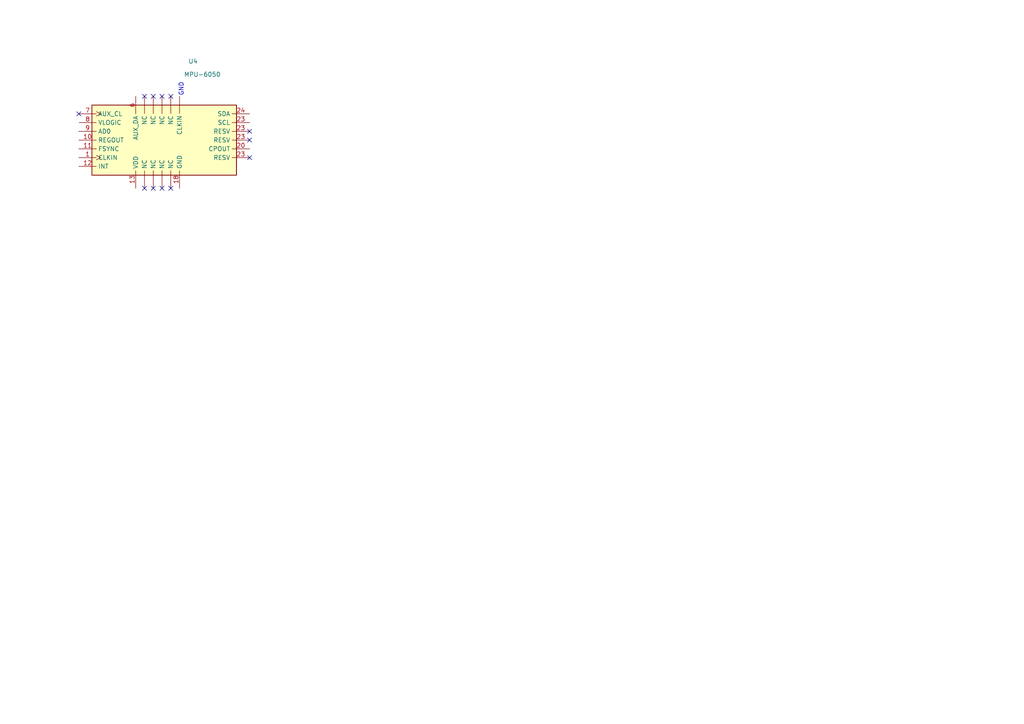
<source format=kicad_sch>
(kicad_sch (version 20230121) (generator eeschema)

  (uuid d585b074-b42a-4769-9922-82a29abf42b8)

  (paper "A4")

  (lib_symbols
    (symbol "Sensor_Motion:MPU-6050" (in_bom yes) (on_board yes)
      (property "Reference" "U4" (at 7.62 22.86 0)
        (effects (font (size 1.27 1.27)) (justify left))
      )
      (property "Value" "MPU-6050" (at 6.35 19.05 0)
        (effects (font (size 1.27 1.27)) (justify left))
      )
      (property "Footprint" "Sensor_Motion:InvenSense_QFN-24_4x4mm_P0.5mm" (at 39.37 24.13 0)
        (effects (font (size 1.27 1.27)) hide)
      )
      (property "Datasheet" "https://invensense.tdk.com/wp-content/uploads/2015/02/MPU-6000-Datasheet1.pdf" (at 48.26 21.59 0)
        (effects (font (size 1.27 1.27)) hide)
      )
      (property "ki_keywords" "mems" (at 0 0 0)
        (effects (font (size 1.27 1.27)) hide)
      )
      (property "ki_description" "InvenSense 6-Axis Motion Sensor, Gyroscope, Accelerometer, I2C" (at 0 0 0)
        (effects (font (size 1.27 1.27)) hide)
      )
      (property "ki_fp_filters" "*QFN*4x4mm*P0.5mm*" (at 0 0 0)
        (effects (font (size 1.27 1.27)) hide)
      )
      (symbol "MPU-6050_0_0"
        (text "" (at 12.7 -2.54 0)
          (effects (font (size 1.27 1.27)))
        )
      )
      (symbol "MPU-6050_0_1"
        (rectangle (start -20.32 10.16) (end 21.59 -10.16)
          (stroke (width 0.254) (type default))
          (fill (type background))
        )
      )
      (symbol "MPU-6050_1_1"
        (pin power_out line (at 5.08 12.7 270) (length 5)
          (name "CLKIN" (effects (font (size 1.27 1.27))))
          (number "" (effects (font (size 1.27 1.27))))
        )
        (pin power_in line (at -5.08 -13.97 90) (length 5.08)
          (name "NC" (effects (font (size 1.27 1.27))))
          (number "" (effects (font (size 1.27 1.27))))
        )
        (pin power_in line (at -5.08 12.7 270) (length 5)
          (name "NC" (effects (font (size 1.27 1.27))))
          (number "" (effects (font (size 1.27 1.27))))
        )
        (pin power_in line (at -2.54 -13.97 90) (length 5.08)
          (name "NC" (effects (font (size 1.27 1.27))))
          (number "" (effects (font (size 1.27 1.27))))
        )
        (pin power_in line (at -2.54 12.7 270) (length 5)
          (name "NC" (effects (font (size 1.27 1.27))))
          (number "" (effects (font (size 1.27 1.27))))
        )
        (pin power_in line (at 0 -13.97 90) (length 5.08)
          (name "NC" (effects (font (size 1.27 1.27))))
          (number "" (effects (font (size 1.27 1.27))))
        )
        (pin power_in line (at 0 12.7 270) (length 5)
          (name "NC" (effects (font (size 1.27 1.27))))
          (number "" (effects (font (size 1.27 1.27))))
        )
        (pin power_in line (at 2.54 -13.97 90) (length 5.08)
          (name "NC" (effects (font (size 1.27 1.27))))
          (number "" (effects (font (size 1.27 1.27))))
        )
        (pin power_in line (at 2.54 12.7 270) (length 5)
          (name "NC" (effects (font (size 1.27 1.27))))
          (number "" (effects (font (size 1.27 1.27))))
        )
        (pin input clock (at -24.13 -5.08 0) (length 5.08)
          (name "CLKIN" (effects (font (size 1.27 1.27))))
          (number "1" (effects (font (size 1.27 1.27))))
        )
        (pin passive line (at -24.13 0 0) (length 5.08)
          (name "REGOUT" (effects (font (size 1.27 1.27))))
          (number "10" (effects (font (size 1.27 1.27))))
        )
        (pin input line (at -24.13 -2.54 0) (length 5.08)
          (name "FSYNC" (effects (font (size 1.27 1.27))))
          (number "11" (effects (font (size 1.27 1.27))))
        )
        (pin output line (at -24.13 -7.62 0) (length 5.08)
          (name "INT" (effects (font (size 1.27 1.27))))
          (number "12" (effects (font (size 1.27 1.27))))
        )
        (pin power_in line (at -7.62 -13.97 90) (length 5.08)
          (name "VDD" (effects (font (size 1.27 1.27))))
          (number "13" (effects (font (size 1.27 1.27))))
        )
        (pin no_connect line (at -12.7 -10.16 0) (length 2.54) hide
          (name "NC" (effects (font (size 1.27 1.27))))
          (number "14" (effects (font (size 1.27 1.27))))
        )
        (pin no_connect line (at 12.7 12.7 180) (length 2.54) hide
          (name "NC" (effects (font (size 1.27 1.27))))
          (number "15" (effects (font (size 1.27 1.27))))
        )
        (pin no_connect line (at 12.7 10.16 180) (length 2.54) hide
          (name "NC" (effects (font (size 1.27 1.27))))
          (number "16" (effects (font (size 1.27 1.27))))
        )
        (pin no_connect line (at 12.7 5.08 180) (length 2.54) hide
          (name "NC" (effects (font (size 1.27 1.27))))
          (number "17" (effects (font (size 1.27 1.27))))
        )
        (pin power_in line (at 5.08 -13.97 90) (length 5.08)
          (name "GND" (effects (font (size 1.27 1.27))))
          (number "18" (effects (font (size 1.27 1.27))))
        )
        (pin no_connect line (at 38.1 -8.89 180) (length 2.54) hide
          (name "RESV" (effects (font (size 1.27 1.27))))
          (number "19" (effects (font (size 1.27 1.27))))
        )
        (pin no_connect line (at -12.7 12.7 0) (length 2.54) hide
          (name "NC" (effects (font (size 1.27 1.27))))
          (number "2" (effects (font (size 1.27 1.27))))
        )
        (pin passive line (at 25.4 -2.54 180) (length 5.08)
          (name "CPOUT" (effects (font (size 1.27 1.27))))
          (number "20" (effects (font (size 1.27 1.27))))
        )
        (pin no_connect line (at 39.37 -21.59 180) (length 2.54) hide
          (name "RESV" (effects (font (size 1.27 1.27))))
          (number "21" (effects (font (size 1.27 1.27))))
        )
        (pin no_connect line (at 38.1 -12.7 180) (length 2.54) hide
          (name "RESV" (effects (font (size 1.27 1.27))))
          (number "22" (effects (font (size 1.27 1.27))))
        )
        (pin input line (at 25.4 -5.08 180) (length 5.08)
          (name "RESV" (effects (font (size 1.27 1.27))))
          (number "23" (effects (font (size 1.27 1.27))))
        )
        (pin input line (at 25.4 0 180) (length 5.08)
          (name "RESV" (effects (font (size 1.27 1.27))))
          (number "23" (effects (font (size 1.27 1.27))))
        )
        (pin input line (at 25.4 2.54 180) (length 5.08)
          (name "RESV" (effects (font (size 1.27 1.27))))
          (number "23" (effects (font (size 1.27 1.27))))
        )
        (pin input line (at 25.4 5.08 180) (length 5.08)
          (name "SCL" (effects (font (size 1.27 1.27))))
          (number "23" (effects (font (size 1.27 1.27))))
        )
        (pin bidirectional line (at 25.4 7.62 180) (length 5.08)
          (name "SDA" (effects (font (size 1.27 1.27))))
          (number "24" (effects (font (size 1.27 1.27))))
        )
        (pin no_connect line (at -10.16 10.16 0) (length 2.54) hide
          (name "NC" (effects (font (size 1.27 1.27))))
          (number "3" (effects (font (size 1.27 1.27))))
        )
        (pin no_connect line (at -10.16 0 0) (length 2.54) hide
          (name "NC" (effects (font (size 1.27 1.27))))
          (number "4" (effects (font (size 1.27 1.27))))
        )
        (pin no_connect line (at -10.16 -2.54 0) (length 2.54) hide
          (name "NC" (effects (font (size 1.27 1.27))))
          (number "5" (effects (font (size 1.27 1.27))))
        )
        (pin bidirectional line (at -7.62 12.7 270) (length 5.08)
          (name "AUX_DA" (effects (font (size 1.27 1.27))))
          (number "6" (effects (font (size 1.27 1.27))))
        )
        (pin output clock (at -24.13 7.62 0) (length 5.08)
          (name "AUX_CL" (effects (font (size 1.27 1.27))))
          (number "7" (effects (font (size 1.27 1.27))))
        )
        (pin power_in line (at -24.05 5.08 0) (length 5)
          (name "VLOGIC" (effects (font (size 1.27 1.27))))
          (number "8" (effects (font (size 1.27 1.27))))
        )
        (pin input line (at -24.13 2.54 0) (length 5.08)
          (name "AD0" (effects (font (size 1.27 1.27))))
          (number "9" (effects (font (size 1.27 1.27))))
        )
      )
    )
  )


  (no_connect (at 72.39 38.1) (uuid 252b5693-97b9-4d8d-a1c5-1b8a8e1f3a98))
  (no_connect (at 41.91 54.61) (uuid 2c5a5a12-4efd-4996-ad94-02b805e8b052))
  (no_connect (at 46.99 27.94) (uuid 34325e20-e298-4c71-baf0-881b39701ede))
  (no_connect (at 44.45 54.61) (uuid 7d532a8a-6c3d-4bcd-8411-f6dfe46e56bd))
  (no_connect (at 49.53 27.94) (uuid 978ef86e-bb74-43bc-a602-92d5300c55d9))
  (no_connect (at 22.86 33.02) (uuid aac6b312-a4b4-4503-9435-68f10e32d531))
  (no_connect (at 49.53 54.61) (uuid ca4809f5-37f5-45ec-ae80-82016d2fbeae))
  (no_connect (at 72.39 40.64) (uuid e290ca17-362b-4c19-a324-ef5a75eb4c86))
  (no_connect (at 72.39 45.72) (uuid e8a2a3be-8161-4869-96e1-cd1ea62a19cf))
  (no_connect (at 46.99 54.61) (uuid ef63e998-1145-419e-9b3b-3e73f4381f70))
  (no_connect (at 44.45 27.94) (uuid f56e1e17-53c8-4a40-9e7d-7608d3032735))
  (no_connect (at 41.91 27.94) (uuid fb911908-7a2e-401f-996e-b100611d0554))

  (text "GND\n" (at 53.34 27.94 90)
    (effects (font (size 1.27 1.27)) (justify left bottom))
    (uuid c38597a4-42d5-4081-8fe6-0b84a192ab0e)
  )

  (symbol (lib_id "Sensor_Motion:MPU-6050") (at 46.99 40.64 0) (unit 1)
    (in_bom yes) (on_board yes) (dnp no) (fields_autoplaced)
    (uuid 773af030-6c11-468e-896c-4b02b2bfa7f7)
    (property "Reference" "U4" (at 54.61 17.78 0)
      (effects (font (size 1.27 1.27)) (justify left))
    )
    (property "Value" "MPU-6050" (at 53.34 21.59 0)
      (effects (font (size 1.27 1.27)) (justify left))
    )
    (property "Footprint" "Sensor_Motion:InvenSense_QFN-24_4x4mm_P0.5mm" (at 86.36 16.51 0)
      (effects (font (size 1.27 1.27)) hide)
    )
    (property "Datasheet" "https://invensense.tdk.com/wp-content/uploads/2015/02/MPU-6000-Datasheet1.pdf" (at 95.25 19.05 0)
      (effects (font (size 1.27 1.27)) hide)
    )
    (pin "" (uuid 6953980a-407b-459d-a0c7-776faacf1b8f))
    (pin "" (uuid 6953980a-407b-459d-a0c7-776faacf1b8f))
    (pin "" (uuid 6953980a-407b-459d-a0c7-776faacf1b8f))
    (pin "" (uuid 6953980a-407b-459d-a0c7-776faacf1b8f))
    (pin "" (uuid 6953980a-407b-459d-a0c7-776faacf1b8f))
    (pin "" (uuid 6953980a-407b-459d-a0c7-776faacf1b8f))
    (pin "" (uuid 6953980a-407b-459d-a0c7-776faacf1b8f))
    (pin "" (uuid 6953980a-407b-459d-a0c7-776faacf1b8f))
    (pin "" (uuid 6953980a-407b-459d-a0c7-776faacf1b8f))
    (pin "1" (uuid 504787ea-d8b2-4a5c-ac07-28688e8cb7c6))
    (pin "10" (uuid ed1613a8-b26a-460f-ba2b-6bf2cf557fdc))
    (pin "11" (uuid ee52f34e-f3ca-40c3-9843-0b81c96c0847))
    (pin "12" (uuid 7e5cf2ce-2e81-459c-8844-f9e918b5581a))
    (pin "13" (uuid efbc6738-2366-44e1-9d3f-a43f7d445c0d))
    (pin "14" (uuid b875c42c-9b27-4938-b859-3ccc39a71828))
    (pin "15" (uuid 06fbd0ae-087b-4c9c-a535-2d44f166abed))
    (pin "16" (uuid 95b7b82d-6269-4013-b390-17b2b4976406))
    (pin "17" (uuid 317a2d62-44e6-4491-9f80-b99d748ae893))
    (pin "18" (uuid 6ad634e7-3292-4641-a8cc-351e6854fc4c))
    (pin "19" (uuid 21fa7272-38d5-40ed-964f-429e1cb5b5e3))
    (pin "2" (uuid 8a28c6bf-b932-4d49-8e78-4286086ca398))
    (pin "20" (uuid d73cb933-c39b-4289-b899-c97e78cff1da))
    (pin "21" (uuid e50b367b-2a2f-4036-8f98-7f4621269c3e))
    (pin "22" (uuid 4161ebda-1272-4e52-9ee1-09e9e517f552))
    (pin "23" (uuid 21ca93c1-debe-4e36-bb6c-869e21803747))
    (pin "23" (uuid 21ca93c1-debe-4e36-bb6c-869e21803747))
    (pin "23" (uuid 21ca93c1-debe-4e36-bb6c-869e21803747))
    (pin "23" (uuid 21ca93c1-debe-4e36-bb6c-869e21803747))
    (pin "24" (uuid 53e90c1c-7e31-487d-a632-ab45b04f0d1f))
    (pin "3" (uuid 763c7f3d-f918-4757-a5df-72c3a5f98712))
    (pin "4" (uuid c230a415-ff8b-49ad-a85a-30b9d92084b4))
    (pin "5" (uuid 32b2905f-f99c-44ed-ab45-7c90cb843eb4))
    (pin "6" (uuid ed0a3dc5-1651-4b4a-a289-58c17d7a584b))
    (pin "7" (uuid 7956f9cf-950e-452d-af25-067a061014ab))
    (pin "8" (uuid 9887f3f7-4a2c-4181-ad7e-639ca876db75))
    (pin "9" (uuid 17d563ee-5aa5-44e0-806d-f1905be439a1))
    (instances
      (project "watch"
        (path "/d585b074-b42a-4769-9922-82a29abf42b8"
          (reference "U4") (unit 1)
        )
      )
    )
  )

  (sheet_instances
    (path "/" (page "1"))
  )
)

</source>
